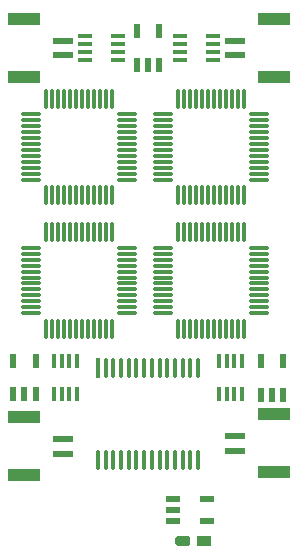
<source format=gtp>
%FSTAX23Y23*%
%MOIN*%
%SFA1B1*%

%IPPOS*%
%AMD29*
4,1,8,-0.016200,-0.017500,0.016200,-0.017500,0.025000,-0.008700,0.025000,0.008700,0.016200,0.017500,-0.016200,0.017500,-0.025000,0.008700,-0.025000,-0.008700,-0.016200,-0.017500,0.0*
%
%ADD18R,0.066930X0.023620*%
%ADD19R,0.110240X0.039370*%
%ADD20R,0.019680X0.047240*%
%ADD21R,0.047240X0.015750*%
%ADD22O,0.011000X0.070870*%
%ADD23O,0.070870X0.011000*%
%ADD24R,0.013780X0.066930*%
%ADD25O,0.013780X0.066930*%
%ADD26R,0.015750X0.047240*%
%ADD27R,0.047240X0.019680*%
%ADD28R,0.050000X0.035000*%
G04~CAMADD=29~4~0.0~0.0~500.0~350.0~0.0~87.5~0~0.0~0.0~0.0~0.0~0~0.0~0.0~0.0~0.0~0~0.0~0.0~0.0~180.0~500.0~350.0*
%ADD29D29*%
%LNusb2can-1*%
%LPD*%
G54D18*
X00307Y01704D03*
Y01655D03*
X00879D03*
Y01704D03*
X00307Y00377D03*
Y00327D03*
X00879Y00337D03*
Y00387D03*
G54D19*
X00176Y01777D03*
Y01582D03*
X01011D03*
Y01777D03*
X00176Y0045D03*
Y00255D03*
X01011Y00265D03*
Y0046D03*
G54D20*
X00553Y01624D03*
X00628D03*
X00591D03*
X00628Y01735D03*
X00553D03*
X00966Y00524D03*
X01041D03*
X01003D03*
X01041Y00635D03*
X00966D03*
X00141Y00525D03*
X00216D03*
X00178D03*
X00216Y00635D03*
X00141D03*
G54D21*
X00381Y01718D03*
Y01692D03*
X00491Y01718D03*
Y01692D03*
Y01667D03*
Y01641D03*
X00381D03*
Y01667D03*
X00806Y01641D03*
Y01667D03*
X00696Y01641D03*
Y01667D03*
Y01692D03*
Y01718D03*
X00806D03*
Y01692D03*
G54D22*
X00252Y0151D03*
X00272D03*
X00292D03*
X00311D03*
X00331D03*
X00351D03*
X0037D03*
X0039D03*
X0041D03*
X0043D03*
X00449D03*
X00469D03*
Y01189D03*
X00449D03*
X0043D03*
X0041D03*
X0039D03*
X0037D03*
X00351D03*
X00331D03*
X00311D03*
X00292D03*
X00272D03*
X00252D03*
X00692Y0151D03*
X00712D03*
X00732D03*
X00751D03*
X00771D03*
X00791D03*
X0081D03*
X0083D03*
X0085D03*
X0087D03*
X00889D03*
X00909D03*
Y01189D03*
X00889D03*
X0087D03*
X0085D03*
X0083D03*
X0081D03*
X00791D03*
X00771D03*
X00751D03*
X00732D03*
X00712D03*
X00692D03*
X00252Y01065D03*
X00272D03*
X00292D03*
X00311D03*
X00331D03*
X00351D03*
X0037D03*
X0039D03*
X0041D03*
X0043D03*
X00449D03*
X00469D03*
Y00744D03*
X00449D03*
X0043D03*
X0041D03*
X0039D03*
X0037D03*
X00351D03*
X00331D03*
X00311D03*
X00292D03*
X00272D03*
X00252D03*
X00692Y01065D03*
X00712D03*
X00732D03*
X00751D03*
X00771D03*
X00791D03*
X0081D03*
X0083D03*
X0085D03*
X0087D03*
X00889D03*
X00909D03*
Y00744D03*
X00889D03*
X0087D03*
X0085D03*
X0083D03*
X0081D03*
X00791D03*
X00771D03*
X00751D03*
X00732D03*
X00712D03*
X00692D03*
G54D23*
X00521Y01458D03*
Y01438D03*
Y01418D03*
Y01399D03*
Y01379D03*
Y01359D03*
Y0134D03*
Y0132D03*
Y013D03*
Y01281D03*
Y01261D03*
Y01241D03*
X002D03*
Y01261D03*
Y01281D03*
Y013D03*
Y0132D03*
Y0134D03*
Y01359D03*
Y01379D03*
Y01399D03*
Y01418D03*
Y01438D03*
Y01458D03*
X00961D03*
Y01438D03*
Y01418D03*
Y01399D03*
Y01379D03*
Y01359D03*
Y0134D03*
Y0132D03*
Y013D03*
Y01281D03*
Y01261D03*
Y01241D03*
X0064D03*
Y01261D03*
Y01281D03*
Y013D03*
Y0132D03*
Y0134D03*
Y01359D03*
Y01379D03*
Y01399D03*
Y01418D03*
Y01438D03*
Y01458D03*
X00521Y01013D03*
Y00993D03*
Y00973D03*
Y00954D03*
Y00934D03*
Y00914D03*
Y00895D03*
Y00875D03*
Y00855D03*
Y00836D03*
Y00816D03*
Y00796D03*
X002D03*
Y00816D03*
Y00836D03*
Y00855D03*
Y00875D03*
Y00895D03*
Y00914D03*
Y00934D03*
Y00954D03*
Y00973D03*
Y00993D03*
Y01013D03*
X00961D03*
Y00993D03*
Y00973D03*
Y00954D03*
Y00934D03*
Y00914D03*
Y00895D03*
Y00875D03*
Y00855D03*
Y00836D03*
Y00816D03*
Y00796D03*
X0064D03*
Y00816D03*
Y00836D03*
Y00855D03*
Y00875D03*
Y00895D03*
Y00914D03*
Y00934D03*
Y00954D03*
Y00973D03*
Y00993D03*
Y01013D03*
G54D24*
X00424Y00613D03*
G54D25*
X0045Y00613D03*
X00475D03*
X00501D03*
X00527D03*
X00552D03*
X00578D03*
X00603D03*
X00629D03*
X00655D03*
X0068D03*
X00706D03*
X00731D03*
X00757D03*
Y00306D03*
X00731D03*
X00706D03*
X0068D03*
X00655D03*
X00629D03*
X00603D03*
X00578D03*
X00552D03*
X00527D03*
X00501D03*
X00475D03*
X0045D03*
X00424D03*
G54D26*
X00827Y00525D03*
X00853D03*
X00827Y00635D03*
X00853D03*
X00878D03*
X00904D03*
Y00525D03*
X00878D03*
X00277D03*
X00303D03*
X00277Y00635D03*
X00303D03*
X00328D03*
X00354D03*
Y00525D03*
X00328D03*
G54D27*
X00675Y00177D03*
Y00102D03*
Y0014D03*
X00786Y00102D03*
Y00177D03*
G54D28*
X00776Y00035D03*
G54D29*
X00706Y00035D03*
M02*
</source>
